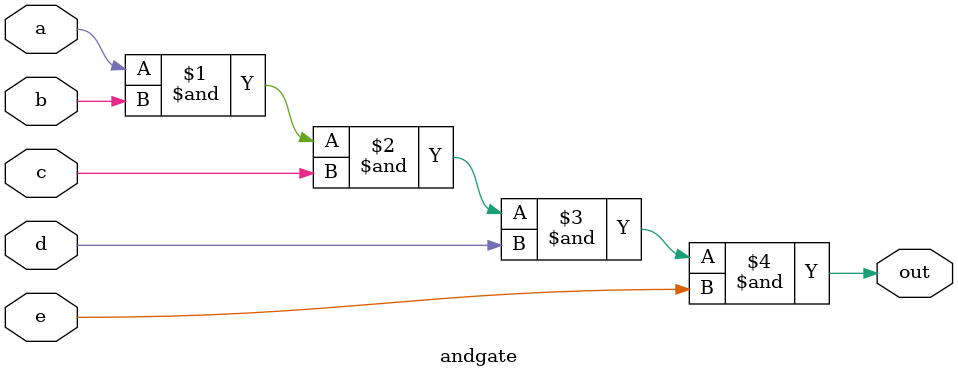
<source format=v>
module bugs_nand3(
	input a,
	input b,
	input c,
	output out
);
	// must make 3-input NAND gate given the 5-input AND gate given below:
	// module andgate ( output out, input a, input b, input c, input d, input e );"
	// incorrect code: andgate inst1 ( a, b, c, out );
	// issues: portlist order is incorrect, and only three inputs are listed
	wire notout;
	andgate inst1 (notout, a, b, c, 1'b1, 1'b1);
	assign out = !notout;
	
endmodule

module andgate ( output out, input a, input b, input c, input d, input e );

	assign out = a & b & c & d & e;
	
endmodule

</source>
